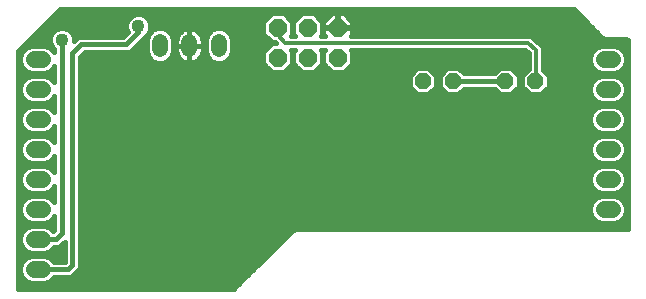
<source format=gbl>
G75*
%MOIN*%
%OFA0B0*%
%FSLAX24Y24*%
%IPPOS*%
%LPD*%
%AMOC8*
5,1,8,0,0,1.08239X$1,22.5*
%
%ADD10OC8,0.0610*%
%ADD11C,0.0560*%
%ADD12C,0.0520*%
%ADD13OC8,0.0520*%
%ADD14C,0.0120*%
%ADD15C,0.0160*%
%ADD16C,0.0436*%
D10*
X011400Y018325D03*
X012400Y018325D03*
X013400Y018325D03*
X013400Y019325D03*
X012400Y019325D03*
X011400Y019325D03*
D11*
X003540Y018275D02*
X003260Y018275D01*
X003260Y017275D02*
X003540Y017275D01*
X003540Y016275D02*
X003260Y016275D01*
X003260Y015275D02*
X003540Y015275D01*
X003540Y014275D02*
X003260Y014275D01*
X003260Y013275D02*
X003540Y013275D01*
X003540Y012275D02*
X003260Y012275D01*
X003260Y011275D02*
X003540Y011275D01*
X022260Y013275D02*
X022540Y013275D01*
X022540Y014275D02*
X022260Y014275D01*
X022260Y015275D02*
X022540Y015275D01*
X022540Y016275D02*
X022260Y016275D01*
X022260Y017275D02*
X022540Y017275D01*
X022540Y018275D02*
X022260Y018275D01*
D12*
X009435Y018605D02*
X009435Y018865D01*
X008450Y018865D02*
X008450Y018605D01*
X007466Y018605D02*
X007466Y018865D01*
D13*
X016235Y017545D03*
X017235Y017545D03*
X018985Y017545D03*
X019985Y017545D03*
D14*
X020000Y017560D01*
X020000Y018575D01*
X019750Y018825D01*
X011650Y018825D01*
X011400Y019075D01*
X011400Y019325D01*
D15*
X002781Y010606D02*
X002758Y010616D01*
X002741Y010633D01*
X002731Y010656D01*
X002730Y010669D01*
X002730Y018538D01*
X004137Y019945D01*
X021263Y019945D01*
X022120Y019088D01*
X022213Y018995D01*
X022334Y018945D01*
X023006Y018945D01*
X023019Y018944D01*
X023042Y018934D01*
X023059Y018917D01*
X023069Y018894D01*
X023070Y018881D01*
X023070Y012669D01*
X023069Y012656D01*
X023059Y012633D01*
X023042Y012616D01*
X023019Y012606D01*
X023006Y012605D01*
X011984Y012605D01*
X011863Y012555D01*
X011770Y012462D01*
X009913Y010605D01*
X002794Y010605D01*
X002781Y010606D01*
X002747Y010628D02*
X009936Y010628D01*
X010094Y010786D02*
X002730Y010786D01*
X002730Y010945D02*
X002940Y010945D01*
X002999Y010885D02*
X003168Y010815D01*
X003631Y010815D01*
X003801Y010885D01*
X003930Y011014D01*
X003930Y011015D01*
X004452Y011015D01*
X004547Y011055D01*
X004620Y011128D01*
X004770Y011278D01*
X004810Y011373D01*
X004810Y018367D01*
X004958Y018515D01*
X006402Y018515D01*
X006497Y018555D01*
X006570Y018628D01*
X006970Y019028D01*
X006974Y019037D01*
X006976Y019037D01*
X007088Y019149D01*
X007148Y019296D01*
X007148Y019454D01*
X007088Y019601D01*
X006976Y019713D01*
X006829Y019773D01*
X006671Y019773D01*
X006524Y019713D01*
X006412Y019601D01*
X006352Y019454D01*
X006352Y019296D01*
X006396Y019189D01*
X006242Y019035D01*
X004798Y019035D01*
X004703Y018995D01*
X004598Y018891D01*
X004598Y019004D01*
X004538Y019151D01*
X004426Y019263D01*
X004279Y019323D01*
X004121Y019323D01*
X003974Y019263D01*
X003862Y019151D01*
X003802Y019004D01*
X003802Y018846D01*
X003862Y018699D01*
X003940Y018622D01*
X003940Y018511D01*
X003930Y018536D01*
X003801Y018665D01*
X003631Y018735D01*
X003168Y018735D01*
X002999Y018665D01*
X002870Y018536D01*
X002800Y018366D01*
X002800Y018183D01*
X002870Y018014D01*
X002999Y017885D01*
X003168Y017815D01*
X003631Y017815D01*
X003801Y017885D01*
X003930Y018014D01*
X003940Y018039D01*
X003940Y017511D01*
X003930Y017536D01*
X003801Y017665D01*
X003631Y017735D01*
X003168Y017735D01*
X002999Y017665D01*
X002870Y017536D01*
X002800Y017366D01*
X002800Y017183D01*
X002870Y017014D01*
X002999Y016885D01*
X003168Y016815D01*
X003631Y016815D01*
X003801Y016885D01*
X003930Y017014D01*
X003940Y017039D01*
X003940Y016511D01*
X003930Y016536D01*
X003801Y016665D01*
X003631Y016735D01*
X003168Y016735D01*
X002999Y016665D01*
X002870Y016536D01*
X002800Y016366D01*
X002800Y016183D01*
X002870Y016014D01*
X002999Y015885D01*
X003168Y015815D01*
X003631Y015815D01*
X003801Y015885D01*
X003930Y016014D01*
X003940Y016039D01*
X003940Y015511D01*
X003930Y015536D01*
X003801Y015665D01*
X003631Y015735D01*
X003168Y015735D01*
X002999Y015665D01*
X002870Y015536D01*
X002800Y015366D01*
X002800Y015183D01*
X002870Y015014D01*
X002999Y014885D01*
X003168Y014815D01*
X003631Y014815D01*
X003801Y014885D01*
X003930Y015014D01*
X003940Y015039D01*
X003940Y014511D01*
X003930Y014536D01*
X003801Y014665D01*
X003631Y014735D01*
X003168Y014735D01*
X002999Y014665D01*
X002870Y014536D01*
X002800Y014366D01*
X002800Y014183D01*
X002870Y014014D01*
X002999Y013885D01*
X003168Y013815D01*
X003631Y013815D01*
X003801Y013885D01*
X003930Y014014D01*
X003940Y014039D01*
X003940Y013511D01*
X003930Y013536D01*
X003801Y013665D01*
X003631Y013735D01*
X003168Y013735D01*
X002999Y013665D01*
X002870Y013536D01*
X002800Y013366D01*
X002800Y013183D01*
X002870Y013014D01*
X002999Y012885D01*
X003168Y012815D01*
X003631Y012815D01*
X003801Y012885D01*
X003930Y013014D01*
X003940Y013039D01*
X003940Y012583D01*
X003911Y012554D01*
X003801Y012665D01*
X003631Y012735D01*
X003168Y012735D01*
X002999Y012665D01*
X002870Y012536D01*
X002800Y012366D01*
X002800Y012183D01*
X002870Y012014D01*
X002999Y011885D01*
X003168Y011815D01*
X003631Y011815D01*
X003801Y011885D01*
X003930Y012014D01*
X003930Y012015D01*
X004052Y012015D01*
X004147Y012055D01*
X004220Y012128D01*
X004290Y012197D01*
X004290Y011535D01*
X003930Y011535D01*
X003930Y011536D01*
X003801Y011665D01*
X003631Y011735D01*
X003168Y011735D01*
X002999Y011665D01*
X002870Y011536D01*
X002800Y011366D01*
X002800Y011183D01*
X002870Y011014D01*
X002999Y010885D01*
X002833Y011103D02*
X002730Y011103D01*
X002730Y011262D02*
X002800Y011262D01*
X002822Y011420D02*
X002730Y011420D01*
X002730Y011579D02*
X002913Y011579D01*
X002730Y011737D02*
X004290Y011737D01*
X004290Y011579D02*
X003887Y011579D01*
X003400Y011275D02*
X004400Y011275D01*
X004550Y011425D01*
X004550Y018475D01*
X004850Y018775D01*
X006350Y018775D01*
X006750Y019175D01*
X006750Y019375D01*
X007128Y019504D02*
X010915Y019504D01*
X010915Y019526D02*
X010915Y019124D01*
X011199Y018840D01*
X011296Y018840D01*
X011325Y018810D01*
X011199Y018810D01*
X010915Y018526D01*
X010915Y018124D01*
X011199Y017840D01*
X011601Y017840D01*
X011885Y018124D01*
X011885Y018526D01*
X011826Y018585D01*
X011974Y018585D01*
X011915Y018526D01*
X011915Y018124D01*
X012199Y017840D01*
X012601Y017840D01*
X012885Y018124D01*
X012885Y018526D01*
X012826Y018585D01*
X012974Y018585D01*
X012915Y018526D01*
X012915Y018124D01*
X013199Y017840D01*
X013601Y017840D01*
X013885Y018124D01*
X013885Y018526D01*
X013826Y018585D01*
X019651Y018585D01*
X019760Y018476D01*
X019760Y017942D01*
X019545Y017727D01*
X019545Y017363D01*
X019803Y017105D01*
X020167Y017105D01*
X020425Y017363D01*
X020425Y017727D01*
X020240Y017912D01*
X020240Y018623D01*
X020203Y018711D01*
X022111Y018711D01*
X022168Y018735D02*
X021999Y018665D01*
X021870Y018536D01*
X021800Y018366D01*
X021800Y018183D01*
X021870Y018014D01*
X021999Y017885D01*
X022168Y017815D01*
X022631Y017815D01*
X022801Y017885D01*
X022930Y018014D01*
X023000Y018183D01*
X023000Y018366D01*
X022930Y018536D01*
X022801Y018665D01*
X022631Y018735D01*
X022168Y018735D01*
X021887Y018553D02*
X020240Y018553D01*
X020240Y018394D02*
X021811Y018394D01*
X021800Y018236D02*
X020240Y018236D01*
X020240Y018077D02*
X021844Y018077D01*
X021966Y017919D02*
X020240Y017919D01*
X020392Y017760D02*
X023070Y017760D01*
X023070Y017602D02*
X022864Y017602D01*
X022801Y017665D02*
X022631Y017735D01*
X022168Y017735D01*
X021999Y017665D01*
X021870Y017536D01*
X021800Y017366D01*
X021800Y017183D01*
X021870Y017014D01*
X021999Y016885D01*
X022168Y016815D01*
X022631Y016815D01*
X022801Y016885D01*
X022930Y017014D01*
X023000Y017183D01*
X023000Y017366D01*
X022930Y017536D01*
X022801Y017665D01*
X022834Y017919D02*
X023070Y017919D01*
X023070Y018077D02*
X022956Y018077D01*
X023000Y018236D02*
X023070Y018236D01*
X023070Y018394D02*
X022989Y018394D01*
X022913Y018553D02*
X023070Y018553D01*
X023070Y018711D02*
X022689Y018711D01*
X023070Y018870D02*
X020045Y018870D01*
X020136Y018778D02*
X019886Y019028D01*
X022180Y019028D01*
X022120Y019088D02*
X022120Y019088D01*
X022022Y019187D02*
X013885Y019187D01*
X013885Y019124D02*
X013885Y019311D01*
X013414Y019311D01*
X013414Y019339D01*
X013386Y019339D01*
X013386Y019810D01*
X013199Y019810D01*
X012915Y019526D01*
X012915Y019339D01*
X013386Y019339D01*
X013386Y019311D01*
X012915Y019311D01*
X012915Y019124D01*
X012974Y019065D01*
X012826Y019065D01*
X012885Y019124D01*
X012885Y019526D01*
X012601Y019810D01*
X012199Y019810D01*
X011915Y019526D01*
X011915Y019124D01*
X011974Y019065D01*
X011826Y019065D01*
X011885Y019124D01*
X011885Y019526D01*
X011601Y019810D01*
X011199Y019810D01*
X010915Y019526D01*
X010915Y019345D02*
X007148Y019345D01*
X007217Y019238D02*
X007093Y019115D01*
X007026Y018953D01*
X007026Y018518D01*
X007093Y018356D01*
X007217Y018232D01*
X007379Y018165D01*
X007554Y018165D01*
X007715Y018232D01*
X007839Y018356D01*
X007906Y018518D01*
X007906Y018953D01*
X007839Y019115D01*
X007715Y019238D01*
X007554Y019305D01*
X007379Y019305D01*
X007217Y019238D01*
X007165Y019187D02*
X007103Y019187D01*
X007057Y019028D02*
X006971Y019028D01*
X007026Y018870D02*
X006812Y018870D01*
X006654Y018711D02*
X007026Y018711D01*
X007026Y018553D02*
X006492Y018553D01*
X007078Y018394D02*
X004837Y018394D01*
X004810Y018236D02*
X007214Y018236D01*
X007719Y018236D02*
X008211Y018236D01*
X008220Y018229D02*
X008282Y018198D01*
X008347Y018176D01*
X008416Y018165D01*
X008450Y018165D01*
X008450Y018735D01*
X008010Y018735D01*
X008010Y018571D01*
X008021Y018502D01*
X008043Y018437D01*
X008074Y018375D01*
X008115Y018319D01*
X008164Y018270D01*
X008220Y018229D01*
X008064Y018394D02*
X007855Y018394D01*
X007906Y018553D02*
X008013Y018553D01*
X008010Y018711D02*
X007906Y018711D01*
X008010Y018735D02*
X008450Y018735D01*
X008450Y018735D01*
X008450Y018735D01*
X008450Y018165D01*
X008485Y018165D01*
X008554Y018176D01*
X008619Y018198D01*
X008681Y018229D01*
X008737Y018270D01*
X008786Y018319D01*
X008827Y018375D01*
X008858Y018437D01*
X008880Y018502D01*
X008890Y018571D01*
X008890Y018735D01*
X008450Y018735D01*
X008450Y019305D01*
X008416Y019305D01*
X008347Y019295D01*
X008282Y019273D01*
X008220Y019242D01*
X008164Y019201D01*
X008115Y019152D01*
X008074Y019096D01*
X008043Y019034D01*
X008021Y018969D01*
X008010Y018900D01*
X008010Y018735D01*
X008010Y018870D02*
X007906Y018870D01*
X007875Y019028D02*
X008041Y019028D01*
X008149Y019187D02*
X007767Y019187D01*
X008450Y019187D02*
X008450Y019187D01*
X008450Y019305D02*
X008450Y018735D01*
X008450Y018735D01*
X008450Y018735D01*
X008890Y018735D01*
X008890Y018900D01*
X008880Y018969D01*
X008858Y019034D01*
X008827Y019096D01*
X008786Y019152D01*
X008737Y019201D01*
X008681Y019242D01*
X008619Y019273D01*
X008554Y019295D01*
X008485Y019305D01*
X008450Y019305D01*
X008450Y019028D02*
X008450Y019028D01*
X008450Y018870D02*
X008450Y018870D01*
X008450Y018711D02*
X008450Y018711D01*
X008450Y018553D02*
X008450Y018553D01*
X008450Y018394D02*
X008450Y018394D01*
X008450Y018236D02*
X008450Y018236D01*
X008690Y018236D02*
X009182Y018236D01*
X009185Y018232D02*
X009347Y018165D01*
X009522Y018165D01*
X009684Y018232D01*
X009808Y018356D01*
X009875Y018518D01*
X009875Y018953D01*
X009808Y019115D01*
X009684Y019238D01*
X009522Y019305D01*
X009347Y019305D01*
X009185Y019238D01*
X009062Y019115D01*
X008995Y018953D01*
X008995Y018518D01*
X009062Y018356D01*
X009185Y018232D01*
X009046Y018394D02*
X008837Y018394D01*
X008888Y018553D02*
X008995Y018553D01*
X008995Y018711D02*
X008890Y018711D01*
X008890Y018870D02*
X008995Y018870D01*
X009026Y019028D02*
X008860Y019028D01*
X008752Y019187D02*
X009134Y019187D01*
X009736Y019187D02*
X010915Y019187D01*
X011011Y019028D02*
X009844Y019028D01*
X009875Y018870D02*
X011169Y018870D01*
X011100Y018711D02*
X009875Y018711D01*
X009875Y018553D02*
X010941Y018553D01*
X010915Y018394D02*
X009823Y018394D01*
X009687Y018236D02*
X010915Y018236D01*
X010962Y018077D02*
X004810Y018077D01*
X004810Y017919D02*
X011120Y017919D01*
X011680Y017919D02*
X012120Y017919D01*
X011962Y018077D02*
X011838Y018077D01*
X011885Y018236D02*
X011915Y018236D01*
X011915Y018394D02*
X011885Y018394D01*
X011859Y018553D02*
X011941Y018553D01*
X011915Y019187D02*
X011885Y019187D01*
X011885Y019345D02*
X011915Y019345D01*
X011915Y019504D02*
X011885Y019504D01*
X011749Y019662D02*
X012051Y019662D01*
X012749Y019662D02*
X013051Y019662D01*
X012915Y019504D02*
X012885Y019504D01*
X012885Y019345D02*
X012915Y019345D01*
X012915Y019187D02*
X012885Y019187D01*
X013386Y019345D02*
X013414Y019345D01*
X013414Y019339D02*
X013414Y019810D01*
X013601Y019810D01*
X013885Y019526D01*
X013885Y019339D01*
X013414Y019339D01*
X013414Y019504D02*
X013386Y019504D01*
X013386Y019662D02*
X013414Y019662D01*
X013749Y019662D02*
X021546Y019662D01*
X021388Y019821D02*
X004012Y019821D01*
X003854Y019662D02*
X006474Y019662D01*
X006372Y019504D02*
X003695Y019504D01*
X003537Y019345D02*
X006352Y019345D01*
X006394Y019187D02*
X004501Y019187D01*
X004588Y019028D02*
X004781Y019028D01*
X004200Y018925D02*
X004200Y012475D01*
X004000Y012275D01*
X003400Y012275D01*
X003055Y012688D02*
X002730Y012688D01*
X002730Y012530D02*
X002868Y012530D01*
X002802Y012371D02*
X002730Y012371D01*
X002730Y012213D02*
X002800Y012213D01*
X002854Y012054D02*
X002730Y012054D01*
X002730Y011896D02*
X002989Y011896D01*
X003811Y011896D02*
X004290Y011896D01*
X004290Y012054D02*
X004146Y012054D01*
X004220Y012128D02*
X004220Y012128D01*
X004810Y012054D02*
X011362Y012054D01*
X011204Y011896D02*
X004810Y011896D01*
X004810Y011737D02*
X011045Y011737D01*
X010887Y011579D02*
X004810Y011579D01*
X004810Y011420D02*
X010728Y011420D01*
X010570Y011262D02*
X004754Y011262D01*
X004596Y011103D02*
X010411Y011103D01*
X010253Y010945D02*
X003860Y010945D01*
X004810Y012213D02*
X011521Y012213D01*
X011679Y012371D02*
X004810Y012371D01*
X004810Y012530D02*
X011838Y012530D01*
X016053Y017105D02*
X016417Y017105D01*
X016675Y017363D01*
X016675Y017727D01*
X016417Y017985D01*
X016053Y017985D01*
X015795Y017727D01*
X015795Y017363D01*
X016053Y017105D01*
X016032Y017126D02*
X004810Y017126D01*
X004810Y016968D02*
X021917Y016968D01*
X021824Y017126D02*
X020188Y017126D01*
X020347Y017285D02*
X021800Y017285D01*
X021832Y017443D02*
X020425Y017443D01*
X020425Y017602D02*
X021936Y017602D01*
X022968Y017443D02*
X023070Y017443D01*
X023070Y017285D02*
X023000Y017285D01*
X022976Y017126D02*
X023070Y017126D01*
X023070Y016968D02*
X022883Y016968D01*
X023070Y016809D02*
X004810Y016809D01*
X004810Y016651D02*
X021985Y016651D01*
X021999Y016665D02*
X021870Y016536D01*
X021800Y016366D01*
X021800Y016183D01*
X021870Y016014D01*
X021999Y015885D01*
X022168Y015815D01*
X022631Y015815D01*
X022801Y015885D01*
X022930Y016014D01*
X023000Y016183D01*
X023000Y016366D01*
X022930Y016536D01*
X022801Y016665D01*
X022631Y016735D01*
X022168Y016735D01*
X021999Y016665D01*
X021852Y016492D02*
X004810Y016492D01*
X004810Y016334D02*
X021800Y016334D01*
X021804Y016175D02*
X004810Y016175D01*
X004810Y016017D02*
X021869Y016017D01*
X022065Y015858D02*
X004810Y015858D01*
X004810Y015700D02*
X022083Y015700D01*
X022168Y015735D02*
X021999Y015665D01*
X021870Y015536D01*
X021800Y015366D01*
X021800Y015183D01*
X021870Y015014D01*
X021999Y014885D01*
X022168Y014815D01*
X022631Y014815D01*
X022801Y014885D01*
X022930Y015014D01*
X023000Y015183D01*
X023000Y015366D01*
X022930Y015536D01*
X022801Y015665D01*
X022631Y015735D01*
X022168Y015735D01*
X021875Y015541D02*
X004810Y015541D01*
X004810Y015383D02*
X021807Y015383D01*
X021800Y015224D02*
X004810Y015224D01*
X004810Y015066D02*
X021849Y015066D01*
X021977Y014907D02*
X004810Y014907D01*
X004810Y014749D02*
X023070Y014749D01*
X023070Y014907D02*
X022823Y014907D01*
X022951Y015066D02*
X023070Y015066D01*
X023070Y015224D02*
X023000Y015224D01*
X022993Y015383D02*
X023070Y015383D01*
X023070Y015541D02*
X022925Y015541D01*
X023070Y015700D02*
X022717Y015700D01*
X022735Y015858D02*
X023070Y015858D01*
X023070Y016017D02*
X022931Y016017D01*
X022996Y016175D02*
X023070Y016175D01*
X023070Y016334D02*
X023000Y016334D01*
X022948Y016492D02*
X023070Y016492D01*
X023070Y016651D02*
X022815Y016651D01*
X022631Y014735D02*
X022168Y014735D01*
X021999Y014665D01*
X021870Y014536D01*
X021800Y014366D01*
X021800Y014183D01*
X021870Y014014D01*
X021999Y013885D01*
X022168Y013815D01*
X022631Y013815D01*
X022801Y013885D01*
X022930Y014014D01*
X023000Y014183D01*
X023000Y014366D01*
X022930Y014536D01*
X022801Y014665D01*
X022631Y014735D01*
X022876Y014590D02*
X023070Y014590D01*
X023070Y014432D02*
X022973Y014432D01*
X023000Y014273D02*
X023070Y014273D01*
X023070Y014115D02*
X022971Y014115D01*
X022872Y013956D02*
X023070Y013956D01*
X023070Y013798D02*
X004810Y013798D01*
X004810Y013956D02*
X021928Y013956D01*
X021829Y014115D02*
X004810Y014115D01*
X004810Y014273D02*
X021800Y014273D01*
X021827Y014432D02*
X004810Y014432D01*
X004810Y014590D02*
X021924Y014590D01*
X022168Y013735D02*
X021999Y013665D01*
X021870Y013536D01*
X021800Y013366D01*
X021800Y013183D01*
X021870Y013014D01*
X021999Y012885D01*
X022168Y012815D01*
X022631Y012815D01*
X022801Y012885D01*
X022930Y013014D01*
X023000Y013183D01*
X023000Y013366D01*
X022930Y013536D01*
X022801Y013665D01*
X022631Y013735D01*
X022168Y013735D01*
X021973Y013639D02*
X004810Y013639D01*
X004810Y013481D02*
X021847Y013481D01*
X021800Y013322D02*
X004810Y013322D01*
X004810Y013164D02*
X021808Y013164D01*
X021879Y013005D02*
X004810Y013005D01*
X004810Y012847D02*
X022092Y012847D01*
X022708Y012847D02*
X023070Y012847D01*
X023070Y013005D02*
X022921Y013005D01*
X022992Y013164D02*
X023070Y013164D01*
X023070Y013322D02*
X023000Y013322D01*
X022953Y013481D02*
X023070Y013481D01*
X023070Y013639D02*
X022827Y013639D01*
X023070Y012688D02*
X004810Y012688D01*
X003940Y012688D02*
X003745Y012688D01*
X003708Y012847D02*
X003940Y012847D01*
X003940Y013005D02*
X003921Y013005D01*
X003940Y013639D02*
X003827Y013639D01*
X003940Y013798D02*
X002730Y013798D01*
X002730Y013956D02*
X002928Y013956D01*
X002829Y014115D02*
X002730Y014115D01*
X002730Y014273D02*
X002800Y014273D01*
X002827Y014432D02*
X002730Y014432D01*
X002730Y014590D02*
X002924Y014590D01*
X002730Y014749D02*
X003940Y014749D01*
X003940Y014907D02*
X003823Y014907D01*
X003876Y014590D02*
X003940Y014590D01*
X003940Y013956D02*
X003872Y013956D01*
X002973Y013639D02*
X002730Y013639D01*
X002730Y013481D02*
X002847Y013481D01*
X002800Y013322D02*
X002730Y013322D01*
X002730Y013164D02*
X002808Y013164D01*
X002879Y013005D02*
X002730Y013005D01*
X002730Y012847D02*
X003092Y012847D01*
X002977Y014907D02*
X002730Y014907D01*
X002730Y015066D02*
X002849Y015066D01*
X002800Y015224D02*
X002730Y015224D01*
X002730Y015383D02*
X002807Y015383D01*
X002875Y015541D02*
X002730Y015541D01*
X002730Y015700D02*
X003083Y015700D01*
X003065Y015858D02*
X002730Y015858D01*
X002730Y016017D02*
X002869Y016017D01*
X002804Y016175D02*
X002730Y016175D01*
X002730Y016334D02*
X002800Y016334D01*
X002852Y016492D02*
X002730Y016492D01*
X002730Y016651D02*
X002985Y016651D01*
X002730Y016809D02*
X003940Y016809D01*
X003940Y016651D02*
X003815Y016651D01*
X003883Y016968D02*
X003940Y016968D01*
X004810Y017285D02*
X015873Y017285D01*
X015795Y017443D02*
X004810Y017443D01*
X004810Y017602D02*
X015795Y017602D01*
X015828Y017760D02*
X004810Y017760D01*
X003940Y017760D02*
X002730Y017760D01*
X002730Y017602D02*
X002936Y017602D01*
X002832Y017443D02*
X002730Y017443D01*
X002730Y017285D02*
X002800Y017285D01*
X002824Y017126D02*
X002730Y017126D01*
X002730Y016968D02*
X002917Y016968D01*
X003864Y017602D02*
X003940Y017602D01*
X003940Y017919D02*
X003834Y017919D01*
X003913Y018553D02*
X003940Y018553D01*
X003858Y018711D02*
X003689Y018711D01*
X003802Y018870D02*
X003061Y018870D01*
X003111Y018711D02*
X002903Y018711D01*
X002887Y018553D02*
X002744Y018553D01*
X002730Y018394D02*
X002811Y018394D01*
X002800Y018236D02*
X002730Y018236D01*
X002730Y018077D02*
X002844Y018077D01*
X002730Y017919D02*
X002966Y017919D01*
X003220Y019028D02*
X003812Y019028D01*
X003899Y019187D02*
X003378Y019187D01*
X007026Y019662D02*
X011051Y019662D01*
X012859Y018553D02*
X012941Y018553D01*
X012915Y018394D02*
X012885Y018394D01*
X012885Y018236D02*
X012915Y018236D01*
X012962Y018077D02*
X012838Y018077D01*
X012680Y017919D02*
X013120Y017919D01*
X013680Y017919D02*
X015986Y017919D01*
X016484Y017919D02*
X016986Y017919D01*
X017053Y017985D02*
X016795Y017727D01*
X016795Y017363D01*
X017053Y017105D01*
X017417Y017105D01*
X017597Y017285D01*
X018623Y017285D01*
X018803Y017105D01*
X019167Y017105D01*
X019425Y017363D01*
X019425Y017727D01*
X019167Y017985D01*
X018803Y017985D01*
X018623Y017805D01*
X017597Y017805D01*
X017417Y017985D01*
X017053Y017985D01*
X016828Y017760D02*
X016642Y017760D01*
X016675Y017602D02*
X016795Y017602D01*
X016795Y017443D02*
X016675Y017443D01*
X016597Y017285D02*
X016873Y017285D01*
X017032Y017126D02*
X016438Y017126D01*
X017235Y017545D02*
X018985Y017545D01*
X019347Y017285D02*
X019623Y017285D01*
X019545Y017443D02*
X019425Y017443D01*
X019425Y017602D02*
X019545Y017602D01*
X019578Y017760D02*
X019392Y017760D01*
X019234Y017919D02*
X019736Y017919D01*
X019760Y018077D02*
X013838Y018077D01*
X013885Y018236D02*
X019760Y018236D01*
X019760Y018394D02*
X013885Y018394D01*
X013859Y018553D02*
X019683Y018553D01*
X020136Y018778D02*
X020203Y018711D01*
X019886Y019028D02*
X019798Y019065D01*
X013826Y019065D01*
X013885Y019124D01*
X013885Y019345D02*
X021863Y019345D01*
X021705Y019504D02*
X013885Y019504D01*
X017484Y017919D02*
X018736Y017919D01*
X018623Y017285D02*
X017597Y017285D01*
X017438Y017126D02*
X018782Y017126D01*
X019188Y017126D02*
X019782Y017126D01*
X003940Y016017D02*
X003931Y016017D01*
X003940Y015858D02*
X003735Y015858D01*
X003717Y015700D02*
X003940Y015700D01*
X003925Y015541D02*
X003940Y015541D01*
D16*
X004200Y018925D03*
X006750Y019375D03*
M02*

</source>
